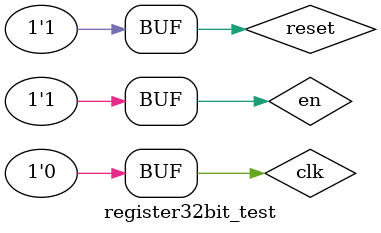
<source format=v>
`timescale 1ns / 1ps


module register32bit_test;

	// Inputs
	reg [31:0] data_in;
	reg clk;
	reg reset;
	reg en;

	// Outputs
	wire [31:0] data_out;

	// Instantiate the Unit Under Test (UUT)
	register32bit uut (
		.data_out(data_out), 
		.data_in(data_in), 
		.clk(clk), 
		.reset(reset), 
		.en(en)
	);
	
	// Clock
	always
	begin
		clk <= 1;
		#10 clk <= 0;
		#10;
	end

	initial begin
		// Initialize Inputs
		data_in = 0;
		clk = 0;
		reset = 0;
		en = 1;
		
		#10 reset = 1;
		
		#210 reset = 0;
		
		#10 reset = 1;
		
		#80 en = 0;
		
		#60 en = 1;

	end
	
	always @(negedge clk)
	begin
		data_in = $random % 1000 + 1000;
	end
      
endmodule


</source>
